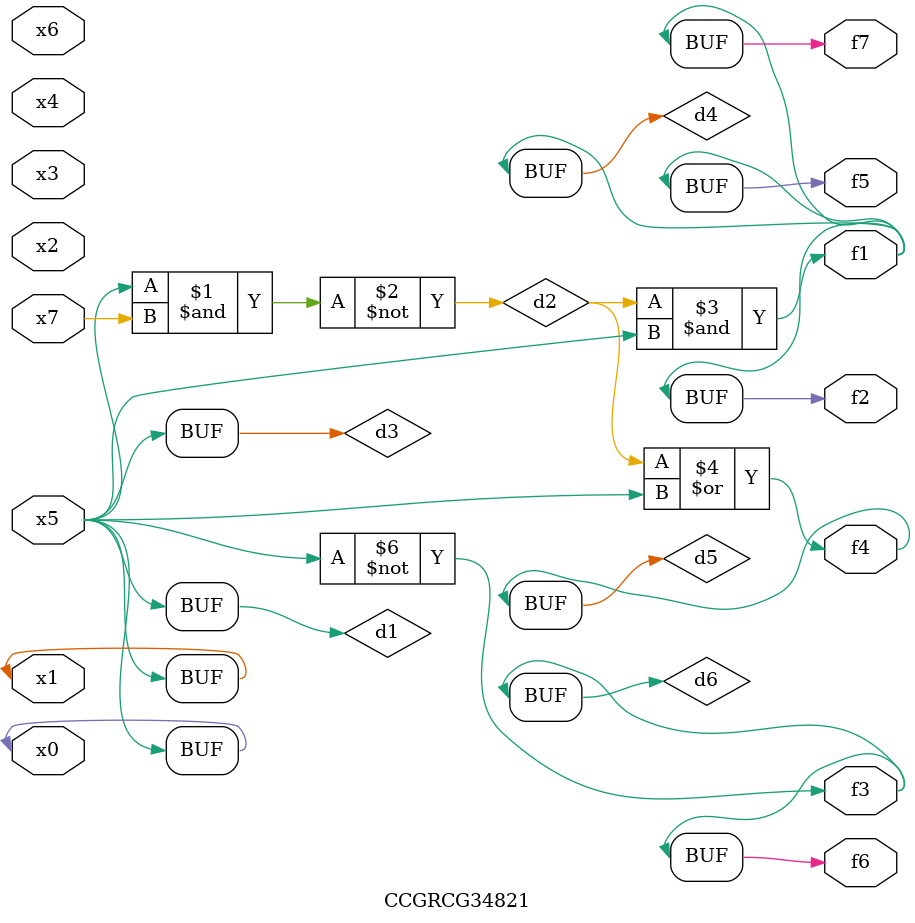
<source format=v>
module CCGRCG34821(
	input x0, x1, x2, x3, x4, x5, x6, x7,
	output f1, f2, f3, f4, f5, f6, f7
);

	wire d1, d2, d3, d4, d5, d6;

	buf (d1, x0, x5);
	nand (d2, x5, x7);
	buf (d3, x0, x1);
	and (d4, d2, d3);
	or (d5, d2, d3);
	nor (d6, d1, d3);
	assign f1 = d4;
	assign f2 = d4;
	assign f3 = d6;
	assign f4 = d5;
	assign f5 = d4;
	assign f6 = d6;
	assign f7 = d4;
endmodule

</source>
